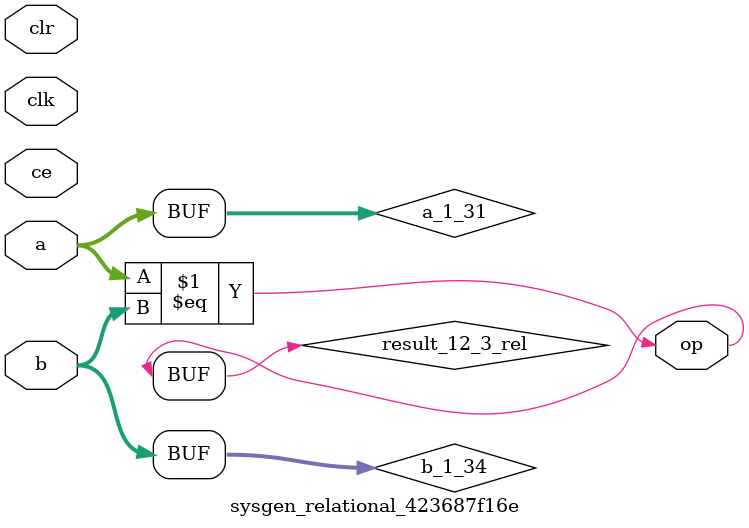
<source format=v>
module sysgen_relational_423687f16e (
  input [(4 - 1):0] a,
  input [(4 - 1):0] b,
  output [(1 - 1):0] op,
  input clk,
  input ce,
  input clr);
  wire [(4 - 1):0] a_1_31;
  wire [(4 - 1):0] b_1_34;
  localparam [(1 - 1):0] const_value = 1'b1;
  wire result_12_3_rel;
  assign a_1_31 = a;
  assign b_1_34 = b;
  assign result_12_3_rel = a_1_31 == b_1_34;
  assign op = result_12_3_rel;
endmodule
</source>
